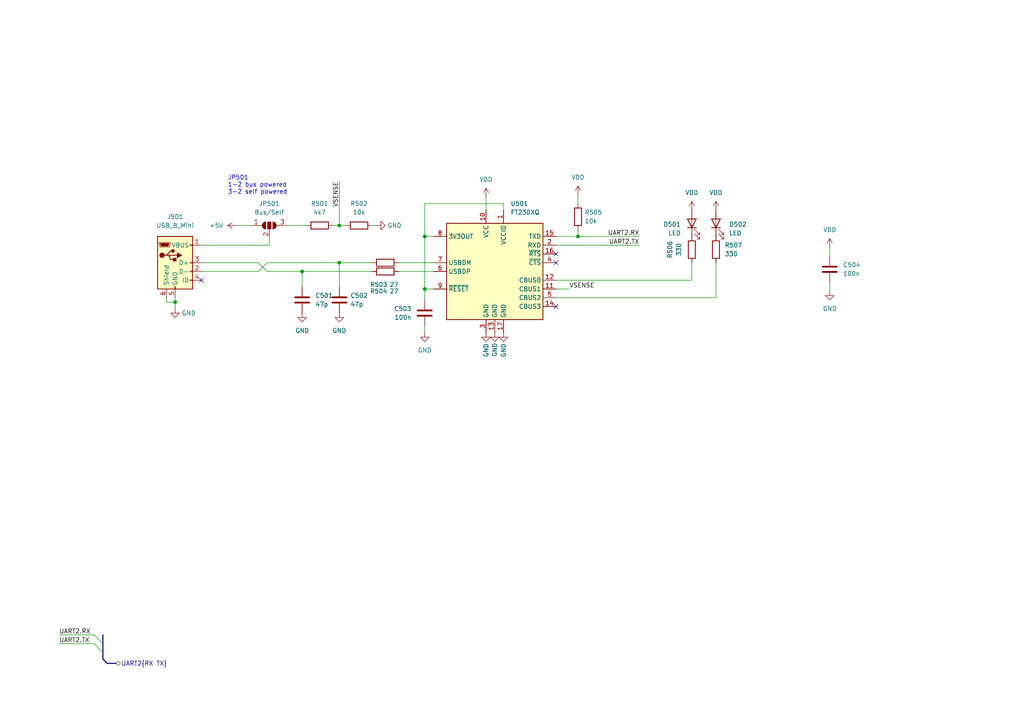
<source format=kicad_sch>
(kicad_sch (version 20231120) (generator "eeschema") (generator_version "8.0")
  (paper "A4")
  (title_block (date "2024-08-10") (rev "1.1"))
  (lib_symbols
    (symbol "Connector:USB_B_Mini" (pin_names (offset 1.016))
      (property "Reference" "J" (at -5.08 11.43 0))
      (property "Value" "USB_B_Mini" (at -5.08 8.89 0))
      (symbol "USB_B_Mini_0_1"
        (rectangle (start -5.08 -7.62) (end 5.08 7.62) (stroke (width 0.254)) (fill (type background)))
        (circle (center -3.81 2.159) (radius 0.635) (stroke (width 0.254)) (fill (type outline)))
        (circle (center -0.635 3.429) (radius 0.381) (stroke (width 0.254)) (fill (type outline)))
        (rectangle (start -0.127 -7.62) (end 0.127 -6.858))
        (polyline (pts (xy -1.905 2.159) (xy 0.635 2.159)) (stroke (width 0.254)))
        (polyline (pts (xy -3.175 2.159) (xy -2.54 2.159) (xy -1.27 3.429) (xy -0.635 3.429)) (stroke (width 0.254)))
        (polyline (pts (xy -2.54 2.159) (xy -1.905 2.159) (xy -1.27 0.889) (xy 0 0.889)) (stroke (width 0.254)))
        (polyline (pts (xy 0.635 2.794) (xy 0.635 1.524) (xy 1.905 2.159) (xy 0.635 2.794)) (stroke (width 0.254)) (fill (type outline)))
        (polyline (pts (xy -4.318 5.588) (xy -1.778 5.588) (xy -2.032 4.826) (xy -4.064 4.826) (xy -4.318 5.588)) (fill (type outline)))
        (polyline (pts (xy -4.699 5.842) (xy -4.699 5.588) (xy -4.445 4.826) (xy -4.445 4.572) (xy -1.651 4.572) (xy -1.651 4.826) (xy -1.397 5.588) (xy -1.397 5.842) (xy -4.699 5.842)))
        (rectangle (start 0.254 1.27) (end -0.508 0.508) (stroke (width 0.254)) (fill (type outline)))
        (rectangle (start 5.08 -5.207) (end 4.318 -4.953))
        (rectangle (start 5.08 -2.667) (end 4.318 -2.413))
        (rectangle (start 5.08 -0.127) (end 4.318 0.127))
        (rectangle (start 5.08 4.953) (end 4.318 5.207))
      )
      (symbol "USB_B_Mini_1_1"
        (pin power_out line (at 7.62 5.08 180) (length 2.54) (name "VBUS") (number "1"))
        (pin bidirectional line (at 7.62 -2.54 180) (length 2.54) (name "D-") (number "2"))
        (pin bidirectional line (at 7.62 0 180) (length 2.54) (name "D+") (number "3"))
        (pin passive line (at 7.62 -5.08 180) (length 2.54) (name "ID") (number "4"))
        (pin power_out line (at 0 -10.16 90) (length 2.54) (name "GND") (number "5"))
        (pin passive line (at -2.54 -10.16 90) (length 2.54) (name "Shield") (number "6"))
      )
    )
    (symbol "Device:C" (pin_numbers hide) (pin_names (offset 0.254))
      (property "Reference" "C" (at 0.635 2.54 0))
      (property "Value" "C" (at 0.635 -2.54 0))
      (symbol "C_0_1"
        (polyline (pts (xy -2.032 -0.762) (xy 2.032 -0.762)) (stroke (width 0.508)))
        (polyline (pts (xy -2.032 0.762) (xy 2.032 0.762)) (stroke (width 0.508)))
      )
      (symbol "C_1_1"
        (pin passive line (at 0 3.81 270) (length 2.794) (name "~") (number "1"))
        (pin passive line (at 0 -3.81 90) (length 2.794) (name "~") (number "2"))
      )
    )
    (symbol "Device:LED" (pin_numbers hide) (pin_names (offset 1.016) hide)
      (property "Reference" "D" (at 0 2.54 0))
      (property "Value" "LED" (at 0 -2.54 0))
      (symbol "LED_0_1"
        (polyline (pts (xy -1.27 -1.27) (xy -1.27 1.27)) (stroke (width 0.254)))
        (polyline (pts (xy -1.27 0) (xy 1.27 0)))
        (polyline (pts (xy 1.27 -1.27) (xy 1.27 1.27) (xy -1.27 0) (xy 1.27 -1.27)) (stroke (width 0.254)))
        (polyline (pts (xy -3.048 -0.762) (xy -4.572 -2.286) (xy -3.81 -2.286) (xy -4.572 -2.286) (xy -4.572 -1.524)))
        (polyline (pts (xy -1.778 -0.762) (xy -3.302 -2.286) (xy -2.54 -2.286) (xy -3.302 -2.286) (xy -3.302 -1.524)))
      )
      (symbol "LED_1_1"
        (pin passive line (at -3.81 0 0) (length 2.54) (name "K") (number "1"))
        (pin passive line (at 3.81 0 180) (length 2.54) (name "A") (number "2"))
      )
    )
    (symbol "Device:R" (pin_numbers hide) (pin_names (offset 0))
      (property "Reference" "R" (at 2.032 0 90))
      (property "Value" "R" (at 0 0 90))
      (symbol "R_0_1"
        (rectangle (start -1.016 -2.54) (end 1.016 2.54) (stroke (width 0.254)))
      )
      (symbol "R_1_1"
        (pin passive line (at 0 3.81 270) (length 1.27) (name "~") (number "1"))
        (pin passive line (at 0 -3.81 90) (length 1.27) (name "~") (number "2"))
      )
    )
    (symbol "Interface_USB:FT230XQ"
      (property "Reference" "U" (at -13.97 15.24 0))
      (property "Value" "FT230XQ" (at 7.62 15.24 0))
      (symbol "FT230XQ_0_1"
        (rectangle (start -13.97 13.97) (end 13.97 -13.97) (stroke (width 0.254)) (fill (type background)))
      )
      (symbol "FT230XQ_1_1"
        (pin power_in line (at 2.54 17.78 270) (length 3.81) (name "VCCIO") (number "1"))
        (pin power_in line (at -2.54 17.78 270) (length 3.81) (name "VCC") (number "10"))
        (pin bidirectional line (at 17.78 -5.08 180) (length 3.81) (name "CBUS1") (number "11"))
        (pin bidirectional line (at 17.78 -2.54 180) (length 3.81) (name "CBUS0") (number "12"))
        (pin power_in line (at 0 -17.78 90) (length 3.81) (name "GND") (number "13"))
        (pin bidirectional line (at 17.78 -10.16 180) (length 3.81) (name "CBUS3") (number "14"))
        (pin output line (at 17.78 10.16 180) (length 3.81) (name "TXD") (number "15"))
        (pin output line (at 17.78 5.08 180) (length 3.81) (name "~{RTS}") (number "16"))
        (pin power_in line (at 2.54 -17.78 90) (length 3.81) (name "GND") (number "17"))
        (pin input line (at 17.78 7.62 180) (length 3.81) (name "RXD") (number "2"))
        (pin power_in line (at -2.54 -17.78 90) (length 3.81) (name "GND") (number "3"))
        (pin input line (at 17.78 2.54 180) (length 3.81) (name "~{CTS}") (number "4"))
        (pin bidirectional line (at 17.78 -7.62 180) (length 3.81) (name "CBUS2") (number "5"))
        (pin bidirectional line (at -17.78 0 0) (length 3.81) (name "USBDP") (number "6"))
        (pin bidirectional line (at -17.78 2.54 0) (length 3.81) (name "USBDM") (number "7"))
        (pin power_out line (at -17.78 10.16 0) (length 3.81) (name "3V3OUT") (number "8"))
        (pin input line (at -17.78 -5.08 0) (length 3.81) (name "~{RESET}") (number "9"))
      )
    )
    (symbol "Jumper:SolderJumper_3_Open" (pin_names (offset 0) hide)
      (property "Reference" "JP" (at -2.54 -2.54 0))
      (property "Value" "SolderJumper_3_Open" (at 0 2.794 0))
      (symbol "SolderJumper_3_Open_0_1"
        (arc (start -1.016 1.016) (mid -2.0275 0) (end -1.016 -1.016))
        (arc (start -1.016 1.016) (mid -2.0275 0) (end -1.016 -1.016) (fill (type outline)))
        (rectangle (start -0.508 1.016) (end 0.508 -1.016) (fill (type outline)))
        (polyline (pts (xy -2.54 0) (xy -2.032 0)))
        (polyline (pts (xy -1.016 1.016) (xy -1.016 -1.016)))
        (polyline (pts (xy 0 -1.27) (xy 0 -1.016)))
        (polyline (pts (xy 1.016 1.016) (xy 1.016 -1.016)))
        (polyline (pts (xy 2.54 0) (xy 2.032 0)))
        (arc (start 1.016 -1.016) (mid 2.0275 0) (end 1.016 1.016))
        (arc (start 1.016 -1.016) (mid 2.0275 0) (end 1.016 1.016) (fill (type outline)))
      )
      (symbol "SolderJumper_3_Open_1_1"
        (pin passive line (at -5.08 0 0) (length 2.54) (name "A") (number "1"))
        (pin passive line (at 0 -3.81 90) (length 2.54) (name "C") (number "2"))
        (pin passive line (at 5.08 0 180) (length 2.54) (name "B") (number "3"))
      )
    )
    (symbol "power:+5V" (power) (pin_names (offset 0))
      (property "Value" "+5V" (at 0 3.556 0))
      (symbol "+5V_0_1"
        (polyline (pts (xy -0.762 1.27) (xy 0 2.54)))
        (polyline (pts (xy 0 0) (xy 0 2.54)))
        (polyline (pts (xy 0 2.54) (xy 0.762 1.27)))
      )
      (symbol "+5V_1_1"
        (pin power_in line (at 0 0 90) (length 0) hide (name "+5V") (number "1"))
      )
    )
    (symbol "power:GND" (power) (pin_names (offset 0))
      (property "Value" "GND" (at 0 -3.81 0))
      (symbol "GND_0_1"
        (polyline (pts (xy 0 0) (xy 0 -1.27) (xy 1.27 -1.27) (xy 0 -2.54) (xy -1.27 -1.27) (xy 0 -1.27)))
      )
      (symbol "GND_1_1"
        (pin power_in line (at 0 0 270) (length 0) hide (name "GND") (number "1"))
      )
    )
    (symbol "power:VDD" (power) (pin_names (offset 0))
      (property "Value" "VDD" (at 0 3.81 0))
      (symbol "VDD_0_1"
        (polyline (pts (xy -0.762 1.27) (xy 0 2.54)))
        (polyline (pts (xy 0 0) (xy 0 2.54)))
        (polyline (pts (xy 0 2.54) (xy 0.762 1.27)))
      )
      (symbol "VDD_1_1"
        (pin power_in line (at 0 0 90) (length 0) hide (name "VDD") (number "1"))
      )
    )
  )
  (junction (at 167.64 68.58))
  (junction (at 98.425 65.405))
  (junction (at 123.19 68.58))
  (junction (at 50.8 87.63))
  (junction (at 87.63 78.74))
  (junction (at 98.425 76.2))
  (junction (at 123.19 83.82))
  (no_connect (at 161.29 73.66))
  (no_connect (at 58.42 81.28))
  (no_connect (at 161.29 76.2))
  (no_connect (at 161.29 88.9))
  (bus_entry (at 27.305 184.15) (size 2.54 2.54))
  (bus_entry (at 27.305 186.69) (size 2.54 2.54))
  (wire (pts (xy 77.47 78.74) (xy 87.63 78.74)))
  (wire (pts (xy 200.66 81.28) (xy 200.66 76.2)))
  (bus (pts (xy 29.845 191.135) (xy 31.115 192.405)))
  (wire (pts (xy 98.425 76.2) (xy 107.95 76.2)))
  (wire (pts (xy 58.42 71.12) (xy 78.105 71.12)))
  (bus (pts (xy 29.845 189.23) (xy 29.845 191.135)))
  (wire (pts (xy 207.645 76.2) (xy 207.645 86.36)))
  (wire (pts (xy 161.29 71.12) (xy 185.42 71.12)))
  (wire (pts (xy 123.19 83.82) (xy 125.73 83.82)))
  (wire (pts (xy 240.665 71.755) (xy 240.665 74.295)))
  (wire (pts (xy 58.42 78.74) (xy 74.93 78.74)))
  (wire (pts (xy 167.64 68.58) (xy 185.42 68.58)))
  (wire (pts (xy 115.57 78.74) (xy 125.73 78.74)))
  (wire (pts (xy 167.64 56.515) (xy 167.64 59.055)))
  (wire (pts (xy 123.19 59.055) (xy 123.19 68.58)))
  (wire (pts (xy 50.8 89.535) (xy 50.8 87.63)))
  (wire (pts (xy 83.185 65.405) (xy 88.9 65.405)))
  (wire (pts (xy 17.145 186.69) (xy 27.305 186.69)))
  (wire (pts (xy 74.93 78.74) (xy 77.47 76.2)))
  (wire (pts (xy 240.665 81.915) (xy 240.665 84.455)))
  (wire (pts (xy 161.29 81.28) (xy 200.66 81.28)))
  (wire (pts (xy 161.29 68.58) (xy 167.64 68.58)))
  (wire (pts (xy 140.97 57.15) (xy 140.97 60.96)))
  (wire (pts (xy 123.19 96.52) (xy 123.19 94.615)))
  (wire (pts (xy 96.52 65.405) (xy 98.425 65.405)))
  (bus (pts (xy 31.115 192.405) (xy 33.655 192.405)))
  (wire (pts (xy 77.47 76.2) (xy 98.425 76.2)))
  (bus (pts (xy 29.845 184.15) (xy 29.845 186.69)))
  (wire (pts (xy 50.8 87.63) (xy 50.8 86.36)))
  (wire (pts (xy 123.19 83.82) (xy 123.19 86.995)))
  (bus (pts (xy 29.845 186.69) (xy 29.845 189.23)))
  (wire (pts (xy 123.19 68.58) (xy 123.19 83.82)))
  (wire (pts (xy 98.425 52.705) (xy 98.425 65.405)))
  (wire (pts (xy 78.105 71.12) (xy 78.105 69.215)))
  (wire (pts (xy 87.63 83.185) (xy 87.63 78.74)))
  (wire (pts (xy 48.26 87.63) (xy 50.8 87.63)))
  (wire (pts (xy 48.26 86.36) (xy 48.26 87.63)))
  (wire (pts (xy 115.57 76.2) (xy 125.73 76.2)))
  (wire (pts (xy 167.64 66.675) (xy 167.64 68.58)))
  (wire (pts (xy 98.425 76.2) (xy 98.425 83.185)))
  (wire (pts (xy 161.29 86.36) (xy 207.645 86.36)))
  (wire (pts (xy 87.63 78.74) (xy 107.95 78.74)))
  (wire (pts (xy 123.19 68.58) (xy 125.73 68.58)))
  (wire (pts (xy 98.425 65.405) (xy 100.33 65.405)))
  (wire (pts (xy 107.95 65.405) (xy 109.22 65.405)))
  (wire (pts (xy 146.05 59.055) (xy 123.19 59.055)))
  (wire (pts (xy 146.05 60.96) (xy 146.05 59.055)))
  (wire (pts (xy 58.42 76.2) (xy 74.93 76.2)))
  (wire (pts (xy 161.29 83.82) (xy 165.1 83.82)))
  (wire (pts (xy 17.145 184.15) (xy 27.305 184.15)))
  (wire (pts (xy 68.58 65.405) (xy 73.025 65.405)))
  (wire (pts (xy 74.93 76.2) (xy 77.47 78.74)))
  (text "JP501\n1-2 bus powered\n3-2 self powered\n" (at 66.04 56.515 0) (effects (font (size 1.27 1.27)) (justify left bottom)))
  (label "VSENSE" (at 165.1 83.82 0))
  (label "UART2.TX" (at 185.42 71.12 180))
  (label "UART2.TX" (at 17.145 186.69 0))
  (label "UART2.RX" (at 185.42 68.58 180))
  (label "VSENSE" (at 98.425 52.705 270))
  (label "UART2.RX" (at 17.145 184.15 0))
  (hierarchical_label "UART2{RX TX}" (shape bidirectional) (at 33.655 192.405 0))
  (symbol (lib_id "Device:R") (at 104.14 65.405 90) (unit 1)
    (property "Reference" "R502" (at 104.14 59.055 90))
    (property "Value" "10k" (at 104.14 61.595 90))
    (property "Footprint" "Resistor_SMD:R_0603_1608Metric_Pad0.98x0.95mm_HandSolder" (effects (hide yes)))
  )
  (symbol (lib_id "power:GND") (at 123.19 96.52 0) (unit 1)
    (property "Reference" "#PWR0506" (effects (hide yes)))
    (property "Value" "GND" (at 123.19 101.6 0))
  )
  (symbol (lib_id "power:+5V") (at 68.58 65.405 90) (unit 1)
    (property "Reference" "#PWR0502" (effects (hide yes)))
    (property "Value" "+5V" (at 64.77 65.4049 90) (effects (justify left)))
  )
  (symbol (lib_id "Device:C") (at 87.63 86.995 0) (unit 1)
    (property "Reference" "C501" (at 91.44 85.7249 0) (effects (justify left)))
    (property "Value" "47p" (at 91.44 88.2649 0) (effects (justify left)))
    (property "Footprint" "Capacitor_SMD:C_0603_1608Metric_Pad1.08x0.95mm_HandSolder" (effects (hide yes)))
  )
  (symbol (lib_id "power:GND") (at 146.05 96.52 0) (unit 1)
    (property "Reference" "#PWR0510" (effects (hide yes)))
    (property "Value" "GND" (at 146.05 101.6 90))
  )
  (symbol (lib_id "power:VDD") (at 167.64 56.515 0) (unit 1)
    (property "Reference" "#PWR0511" (effects (hide yes)))
    (property "Value" "VDD" (at 167.64 51.435 0))
  )
  (symbol (lib_id "power:GND") (at 50.8 89.535 0) (unit 1)
    (property "Reference" "#PWR0501" (effects (hide yes)))
    (property "Value" "GND" (at 52.705 90.8049 0) (effects (justify left)))
  )
  (symbol (lib_id "Device:R") (at 111.76 76.2 90) (unit 1)
    (property "Reference" "R503" (at 109.855 82.55 90))
    (property "Value" "27" (at 114.3 82.55 90))
    (property "Footprint" "Resistor_SMD:R_0603_1608Metric_Pad0.98x0.95mm_HandSolder" (effects (hide yes)))
  )
  (symbol (lib_id "Device:LED") (at 200.66 64.77 90) (unit 1)
    (property "Reference" "D501" (at 197.485 65.0874 90) (effects (justify left)))
    (property "Value" "LED" (at 197.485 67.6274 90) (effects (justify left)))
    (property "Footprint" "LED_SMD:LED_1206_3216Metric_Pad1.42x1.75mm_HandSolder" (effects (hide yes)))
  )
  (symbol (lib_id "power:GND") (at 98.425 90.805 0) (unit 1)
    (property "Reference" "#PWR0504" (effects (hide yes)))
    (property "Value" "GND" (at 98.425 95.885 0))
  )
  (symbol (lib_id "Device:C") (at 123.19 90.805 0) (unit 1)
    (property "Reference" "C503" (at 119.38 89.5349 0) (effects (justify right)))
    (property "Value" "100n" (at 119.38 92.0749 0) (effects (justify right)))
    (property "Footprint" "Capacitor_SMD:C_0603_1608Metric_Pad1.08x0.95mm_HandSolder" (effects (hide yes)))
  )
  (symbol (lib_id "power:GND") (at 143.51 96.52 0) (unit 1)
    (property "Reference" "#PWR0509" (effects (hide yes)))
    (property "Value" "GND" (at 143.51 103.505 90) (effects (justify left)))
  )
  (symbol (lib_id "power:VDD") (at 240.665 71.755 0) (unit 1)
    (property "Reference" "#PWR0514" (effects (hide yes)))
    (property "Value" "VDD" (at 240.665 66.675 0))
  )
  (symbol (lib_id "Device:R") (at 207.645 72.39 180) (unit 1)
    (property "Reference" "R507" (at 210.185 71.1199 0) (effects (justify right)))
    (property "Value" "330" (at 210.185 73.6599 0) (effects (justify right)))
    (property "Footprint" "Resistor_SMD:R_0603_1608Metric_Pad0.98x0.95mm_HandSolder" (effects (hide yes)))
  )
  (symbol (lib_id "Device:R") (at 92.71 65.405 270) (unit 1)
    (property "Reference" "R501" (at 92.71 59.055 90))
    (property "Value" "4k7" (at 92.71 61.595 90))
    (property "Footprint" "Resistor_SMD:R_0603_1608Metric_Pad0.98x0.95mm_HandSolder" (effects (hide yes)))
  )
  (symbol (lib_id "Device:C") (at 98.425 86.995 0) (unit 1)
    (property "Reference" "C502" (at 101.6 85.7249 0) (effects (justify left)))
    (property "Value" "47p" (at 101.6 88.2649 0) (effects (justify left)))
    (property "Footprint" "Capacitor_SMD:C_0603_1608Metric_Pad1.08x0.95mm_HandSolder" (effects (hide yes)))
  )
  (symbol (lib_id "power:GND") (at 109.22 65.405 90) (unit 1)
    (property "Reference" "#PWR0505" (effects (hide yes)))
    (property "Value" "GND" (at 112.395 65.4049 90) (effects (justify right)))
  )
  (symbol (lib_id "power:VDD") (at 207.645 60.96 0) (unit 1)
    (property "Reference" "#PWR0513" (effects (hide yes)))
    (property "Value" "VDD" (at 207.645 55.88 0))
  )
  (symbol (lib_id "Connector:USB_B_Mini") (at 50.8 76.2 0) (unit 1)
    (property "Reference" "J501" (at 50.8 62.865 0))
    (property "Value" "USB_B_Mini" (at 50.8 65.405 0))
    (property "Footprint" "Connector_USB:USB_Mini-B_Wuerth_65100516121_Horizontal" (effects (hide yes)))
  )
  (symbol (lib_id "power:VDD") (at 200.66 60.96 0) (unit 1)
    (property "Reference" "#PWR0512" (effects (hide yes)))
    (property "Value" "VDD" (at 200.66 55.88 0))
  )
  (symbol (lib_id "power:VDD") (at 140.97 57.15 0) (unit 1)
    (property "Reference" "#PWR0507" (effects (hide yes)))
    (property "Value" "VDD" (at 140.97 52.07 0))
  )
  (symbol (lib_id "Device:R") (at 167.64 62.865 180) (unit 1)
    (property "Reference" "R505" (at 169.545 61.5949 0) (effects (justify right)))
    (property "Value" "10k" (at 169.545 64.1349 0) (effects (justify right)))
    (property "Footprint" "Resistor_SMD:R_0603_1608Metric_Pad0.98x0.95mm_HandSolder" (effects (hide yes)))
  )
  (symbol (lib_id "Device:R") (at 111.76 78.74 90) (unit 1)
    (property "Reference" "R504" (at 109.855 84.455 90))
    (property "Value" "27" (at 114.3 84.455 90))
    (property "Footprint" "Resistor_SMD:R_0603_1608Metric_Pad0.98x0.95mm_HandSolder" (effects (hide yes)))
  )
  (symbol (lib_id "power:GND") (at 240.665 84.455 0) (unit 1)
    (property "Reference" "#PWR0515" (effects (hide yes)))
    (property "Value" "GND" (at 240.665 89.535 0))
  )
  (symbol (lib_id "Device:LED") (at 207.645 64.77 90) (unit 1)
    (property "Reference" "D502" (at 211.455 65.0874 90) (effects (justify right)))
    (property "Value" "LED" (at 211.455 67.6274 90) (effects (justify right)))
    (property "Footprint" "LED_SMD:LED_1206_3216Metric_Pad1.42x1.75mm_HandSolder" (effects (hide yes)))
  )
  (symbol (lib_id "power:GND") (at 140.97 96.52 0) (unit 1)
    (property "Reference" "#PWR0508" (effects (hide yes)))
    (property "Value" "GND" (at 140.97 101.6 90))
  )
  (symbol (lib_id "power:GND") (at 87.63 90.805 0) (unit 1)
    (property "Reference" "#PWR0503" (effects (hide yes)))
    (property "Value" "GND" (at 87.63 95.885 0))
  )
  (symbol (lib_id "Interface_USB:FT230XQ") (at 143.51 78.74 0) (unit 1)
    (property "Reference" "U501" (at 148.0694 59.055 0) (effects (justify left)))
    (property "Value" "FT230XQ" (at 148.0694 61.595 0) (effects (justify left)))
    (property "Footprint" "Package_DFN_QFN:QFN-16-1EP_4x4mm_P0.65mm_EP2.1x2.1mm" (effects (hide yes)))
    (property "Datasheet" "https://www.ftdichip.com/Support/Documents/DataSheets/ICs/DS_FT230X.pdf" (effects (hide yes)))
  )
  (symbol (lib_id "Jumper:SolderJumper_3_Open") (at 78.105 65.405 0) (unit 1)
    (property "Reference" "JP501" (at 78.105 59.055 0))
    (property "Value" "Bus/Self" (at 78.105 61.595 0))
    (property "Footprint" "Jumper:SolderJumper-3_P1.3mm_Open_RoundedPad1.0x1.5mm_NumberLabels" (effects (hide yes)))
  )
  (symbol (lib_id "Device:C") (at 240.665 78.105 0) (unit 1)
    (property "Reference" "C504" (at 244.475 76.8349 0) (effects (justify left)))
    (property "Value" "100n" (at 244.475 79.3749 0) (effects (justify left)))
    (property "Footprint" "Capacitor_SMD:C_0603_1608Metric_Pad1.08x0.95mm_HandSolder" (effects (hide yes)))
  )
  (symbol (lib_id "Device:R") (at 200.66 72.39 180) (unit 1)
    (property "Reference" "R506" (at 194.31 72.39 90))
    (property "Value" "330" (at 196.85 72.39 90))
    (property "Footprint" "Resistor_SMD:R_0603_1608Metric_Pad0.98x0.95mm_HandSolder" (effects (hide yes)))
  )
)
</source>
